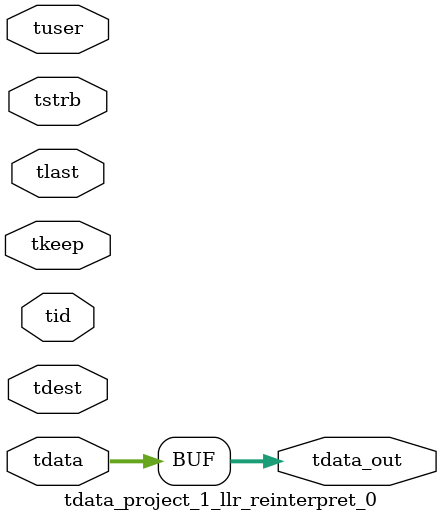
<source format=v>


`timescale 1ps/1ps

module tdata_project_1_llr_reinterpret_0 #
(
parameter C_S_AXIS_TDATA_WIDTH = 32,
parameter C_S_AXIS_TUSER_WIDTH = 0,
parameter C_S_AXIS_TID_WIDTH   = 0,
parameter C_S_AXIS_TDEST_WIDTH = 0,
parameter C_M_AXIS_TDATA_WIDTH = 32
)
(
input  [(C_S_AXIS_TDATA_WIDTH == 0 ? 1 : C_S_AXIS_TDATA_WIDTH)-1:0     ] tdata,
input  [(C_S_AXIS_TUSER_WIDTH == 0 ? 1 : C_S_AXIS_TUSER_WIDTH)-1:0     ] tuser,
input  [(C_S_AXIS_TID_WIDTH   == 0 ? 1 : C_S_AXIS_TID_WIDTH)-1:0       ] tid,
input  [(C_S_AXIS_TDEST_WIDTH == 0 ? 1 : C_S_AXIS_TDEST_WIDTH)-1:0     ] tdest,
input  [(C_S_AXIS_TDATA_WIDTH/8)-1:0 ] tkeep,
input  [(C_S_AXIS_TDATA_WIDTH/8)-1:0 ] tstrb,
input                                                                    tlast,
output [C_M_AXIS_TDATA_WIDTH-1:0] tdata_out
);

assign tdata_out = {tdata[255:128],tdata[127:0]};

endmodule


</source>
